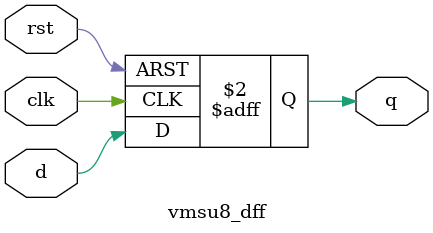
<source format=v>

module vmsu_8bit_top (

`ifdef USE_POWER_PINS
    inout vccd1,	// User area 1 1.8V supply
    inout vssd1,	// User area 1 digital ground
`endif

	input [7:0] a,
	input [7:0] b,
	input control,
	input clk,
	input rst,
	output [15:0] p
);

wire [7:0] q_a;
wire [7:0] q_b;
wire q_control;
wire [15:0] d_p;

//input flop
vmsu8_dff FA0 (.d(a[0]), .clk(clk), .rst(rst), .q(q_a[0]));
vmsu8_dff FA1 (.d(a[1]), .clk(clk), .rst(rst), .q(q_a[1]));
vmsu8_dff FA2 (.d(a[2]), .clk(clk), .rst(rst), .q(q_a[2]));
vmsu8_dff FA3 (.d(a[3]), .clk(clk), .rst(rst), .q(q_a[3]));
vmsu8_dff FA4 (.d(a[4]), .clk(clk), .rst(rst), .q(q_a[4]));
vmsu8_dff FA5 (.d(a[5]), .clk(clk), .rst(rst), .q(q_a[5]));
vmsu8_dff FA6 (.d(a[6]), .clk(clk), .rst(rst), .q(q_a[6]));
vmsu8_dff FA7 (.d(a[7]), .clk(clk), .rst(rst), .q(q_a[7]));

vmsu8_dff FB0 (.d(b[0]), .clk(clk), .rst(rst), .q(q_b[0]));
vmsu8_dff FB1 (.d(b[1]), .clk(clk), .rst(rst), .q(q_b[1]));
vmsu8_dff FB2 (.d(b[2]), .clk(clk), .rst(rst), .q(q_b[2]));
vmsu8_dff FB3 (.d(b[3]), .clk(clk), .rst(rst), .q(q_b[3]));
vmsu8_dff FB4 (.d(b[4]), .clk(clk), .rst(rst), .q(q_b[4]));
vmsu8_dff FB5 (.d(b[5]), .clk(clk), .rst(rst), .q(q_b[5]));
vmsu8_dff FB6 (.d(b[6]), .clk(clk), .rst(rst), .q(q_b[6]));
vmsu8_dff FB7 (.d(b[7]), .clk(clk), .rst(rst), .q(q_b[7]));

vmsu8_dff FC (.d(control), .clk(clk), .rst(rst), .q(q_control));

//combi logic
vmsu8_vmsu_8bit M0 (.a(q_a), .b(q_b), .control(q_control), .clk(clk), .rst(rst), .p(d_p));

//output flop
vmsu8_dff FP0 (.d(d_p[0]), .clk(clk), .rst(rst), .q(p[0]));
vmsu8_dff FP1 (.d(d_p[1]), .clk(clk), .rst(rst), .q(p[1]));
vmsu8_dff FP2 (.d(d_p[2]), .clk(clk), .rst(rst), .q(p[2]));
vmsu8_dff FP3 (.d(d_p[3]), .clk(clk), .rst(rst), .q(p[3]));
vmsu8_dff FP4 (.d(d_p[4]), .clk(clk), .rst(rst), .q(p[4]));
vmsu8_dff FP5 (.d(d_p[5]), .clk(clk), .rst(rst), .q(p[5]));
vmsu8_dff FP6 (.d(d_p[6]), .clk(clk), .rst(rst), .q(p[6]));
vmsu8_dff FP7 (.d(d_p[7]), .clk(clk), .rst(rst), .q(p[7]));
vmsu8_dff FP8 (.d(d_p[8]), .clk(clk), .rst(rst), .q(p[8]));
vmsu8_dff FP9 (.d(d_p[9]), .clk(clk), .rst(rst), .q(p[9]));
vmsu8_dff FP10 (.d(d_p[10]), .clk(clk), .rst(rst), .q(p[10]));
vmsu8_dff FP11 (.d(d_p[11]), .clk(clk), .rst(rst), .q(p[11]));
vmsu8_dff FP12 (.d(d_p[12]), .clk(clk), .rst(rst), .q(p[12]));
vmsu8_dff FP13 (.d(d_p[13]), .clk(clk), .rst(rst), .q(p[13]));
vmsu8_dff FP14 (.d(d_p[14]), .clk(clk), .rst(rst), .q(p[14]));
vmsu8_dff FP15 (.d(d_p[15]), .clk(clk), .rst(rst), .q(p[15]));

endmodule



module vmsu8_vmsu_8bit (
	input [7:0] a,
	input [7:0] b,
	input control,
	input clk,
	input rst,
	output [15:0] p
);

wire [7:0] a_com;
wire [7:0] b_com;
wire [7:0] mux_a;
wire [7:0] mux_b;
wire [7:0] q_mux_a;
wire [7:0] q_mux_b;
wire [15:0] d_out_multi;
wire [15:0] out_multi;
wire [15:0] out_multi_com;
wire c1,c2,c3;
wire d1_c1,d1_c2;
wire q1_c1,q1_c2;
wire d2_c1,d2_c2;

vmsu8_complementary_8bit COMA (.a(a), .c(a_com));
vmsu8_complementary_8bit COMB (.a(b), .c(b_com));

and (d1_c1, control, a[7]);
and (d1_c2, control, b[7]);

vmsu8_mux2to1 MUXA0 (.a(a[0]), .b(a_com[0]), .sel(d1_c1), .out(mux_a[0]));
vmsu8_mux2to1 MUXA1 (.a(a[1]), .b(a_com[1]), .sel(d1_c1), .out(mux_a[1]));
vmsu8_mux2to1 MUXA2 (.a(a[2]), .b(a_com[2]), .sel(d1_c1), .out(mux_a[2]));
vmsu8_mux2to1 MUXA3 (.a(a[3]), .b(a_com[3]), .sel(d1_c1), .out(mux_a[3]));
vmsu8_mux2to1 MUXA4 (.a(a[4]), .b(a_com[4]), .sel(d1_c1), .out(mux_a[4]));
vmsu8_mux2to1 MUXA5 (.a(a[5]), .b(a_com[5]), .sel(d1_c1), .out(mux_a[5]));
vmsu8_mux2to1 MUXA6 (.a(a[6]), .b(a_com[6]), .sel(d1_c1), .out(mux_a[6]));
vmsu8_mux2to1 MUXA7 (.a(a[7]), .b(a_com[7]), .sel(d1_c1), .out(mux_a[7]));

vmsu8_mux2to1 MUXB0 (.a(b[0]), .b(b_com[0]), .sel(d1_c2), .out(mux_b[0]));
vmsu8_mux2to1 MUXB1 (.a(b[1]), .b(b_com[1]), .sel(d1_c2), .out(mux_b[1]));
vmsu8_mux2to1 MUXB2 (.a(b[2]), .b(b_com[2]), .sel(d1_c2), .out(mux_b[2]));
vmsu8_mux2to1 MUXB3 (.a(b[3]), .b(b_com[3]), .sel(d1_c2), .out(mux_b[3]));
vmsu8_mux2to1 MUXB4 (.a(b[4]), .b(b_com[4]), .sel(d1_c2), .out(mux_b[4]));
vmsu8_mux2to1 MUXB5 (.a(b[5]), .b(b_com[5]), .sel(d1_c2), .out(mux_b[5]));
vmsu8_mux2to1 MUXB6 (.a(b[6]), .b(b_com[6]), .sel(d1_c2), .out(mux_b[6]));
vmsu8_mux2to1 MUXB7 (.a(b[7]), .b(b_com[7]), .sel(d1_c2), .out(mux_b[7]));

//Pipelining
vmsu8_dff FAM0 (.d(mux_a[0]), .clk(clk), .rst(rst), .q(q_mux_a[0]));
vmsu8_dff FAM1 (.d(mux_a[1]), .clk(clk), .rst(rst), .q(q_mux_a[1]));
vmsu8_dff FAM2 (.d(mux_a[2]), .clk(clk), .rst(rst), .q(q_mux_a[2]));
vmsu8_dff FAM3 (.d(mux_a[3]), .clk(clk), .rst(rst), .q(q_mux_a[3]));
vmsu8_dff FAM4 (.d(mux_a[4]), .clk(clk), .rst(rst), .q(q_mux_a[4]));
vmsu8_dff FAM5 (.d(mux_a[5]), .clk(clk), .rst(rst), .q(q_mux_a[5]));
vmsu8_dff FAM6 (.d(mux_a[6]), .clk(clk), .rst(rst), .q(q_mux_a[6]));
vmsu8_dff FAM7 (.d(mux_a[7]), .clk(clk), .rst(rst), .q(q_mux_a[7]));

vmsu8_dff FBM0 (.d(mux_b[0]), .clk(clk), .rst(rst), .q(q_mux_b[0]));
vmsu8_dff FBM1 (.d(mux_b[1]), .clk(clk), .rst(rst), .q(q_mux_b[1]));
vmsu8_dff FBM2 (.d(mux_b[2]), .clk(clk), .rst(rst), .q(q_mux_b[2]));
vmsu8_dff FBM3 (.d(mux_b[3]), .clk(clk), .rst(rst), .q(q_mux_b[3]));
vmsu8_dff FBM4 (.d(mux_b[4]), .clk(clk), .rst(rst), .q(q_mux_b[4]));
vmsu8_dff FBM5 (.d(mux_b[5]), .clk(clk), .rst(rst), .q(q_mux_b[5]));
vmsu8_dff FBM6 (.d(mux_b[6]), .clk(clk), .rst(rst), .q(q_mux_b[6]));
vmsu8_dff FBM7 (.d(mux_b[7]), .clk(clk), .rst(rst), .q(q_mux_b[7]));

vmsu8_dff FCM1 (.d(d1_c1), .clk(clk), .rst(rst), .q(q1_c1));
vmsu8_dff FCM2 (.d(d1_c2), .clk(clk), .rst(rst), .q(q1_c2));


vmsu8_multiplier_8bit MULTIPLY (.a(q_mux_a), .b(q_mux_b), .p(d_out_multi));
buf (d2_c1,q1_c1);
buf (d2_c2,q1_c2);

//Pipelining
vmsu8_dff FPM0 (.d(d_out_multi[0]), .clk(clk), .rst(rst), .q(out_multi[0]));
vmsu8_dff FPM1 (.d(d_out_multi[1]), .clk(clk), .rst(rst), .q(out_multi[1]));
vmsu8_dff FPM2 (.d(d_out_multi[2]), .clk(clk), .rst(rst), .q(out_multi[2]));
vmsu8_dff FPM3 (.d(d_out_multi[3]), .clk(clk), .rst(rst), .q(out_multi[3]));
vmsu8_dff FPM4 (.d(d_out_multi[4]), .clk(clk), .rst(rst), .q(out_multi[4]));
vmsu8_dff FPM5 (.d(d_out_multi[5]), .clk(clk), .rst(rst), .q(out_multi[5]));
vmsu8_dff FPM6 (.d(d_out_multi[6]), .clk(clk), .rst(rst), .q(out_multi[6]));
vmsu8_dff FPM7 (.d(d_out_multi[7]), .clk(clk), .rst(rst), .q(out_multi[7]));
vmsu8_dff FPM8 (.d(d_out_multi[8]), .clk(clk), .rst(rst), .q(out_multi[8]));
vmsu8_dff FPM9 (.d(d_out_multi[9]), .clk(clk), .rst(rst), .q(out_multi[9]));
vmsu8_dff FPM10 (.d(d_out_multi[10]), .clk(clk), .rst(rst), .q(out_multi[10]));
vmsu8_dff FPM11 (.d(d_out_multi[11]), .clk(clk), .rst(rst), .q(out_multi[11]));
vmsu8_dff FPM12 (.d(d_out_multi[12]), .clk(clk), .rst(rst), .q(out_multi[12]));
vmsu8_dff FPM13 (.d(d_out_multi[13]), .clk(clk), .rst(rst), .q(out_multi[13]));
vmsu8_dff FPM14 (.d(d_out_multi[14]), .clk(clk), .rst(rst), .q(out_multi[14]));
vmsu8_dff FPM15 (.d(d_out_multi[15]), .clk(clk), .rst(rst), .q(out_multi[15]));

vmsu8_dff FCM3 (.d(d2_c1), .clk(clk), .rst(rst), .q(c1));
vmsu8_dff FCM4 (.d(d2_c2), .clk(clk), .rst(rst), .q(c2));

vmsu8_complementary_16bit COMMULTI (.a(out_multi), .c(out_multi_com));

xor (c3,c2,c1);

vmsu8_mux2to1 MUXM0 (.a(out_multi[0]), .b(out_multi_com[0]), .sel(c3), .out(p[0]));
vmsu8_mux2to1 MUXM1 (.a(out_multi[1]), .b(out_multi_com[1]), .sel(c3), .out(p[1]));
vmsu8_mux2to1 MUXM2 (.a(out_multi[2]), .b(out_multi_com[2]), .sel(c3), .out(p[2]));
vmsu8_mux2to1 MUXM3 (.a(out_multi[3]), .b(out_multi_com[3]), .sel(c3), .out(p[3]));
vmsu8_mux2to1 MUXM4 (.a(out_multi[4]), .b(out_multi_com[4]), .sel(c3), .out(p[4]));
vmsu8_mux2to1 MUXM5 (.a(out_multi[5]), .b(out_multi_com[5]), .sel(c3), .out(p[5]));
vmsu8_mux2to1 MUXM6 (.a(out_multi[6]), .b(out_multi_com[6]), .sel(c3), .out(p[6]));
vmsu8_mux2to1 MUXM7 (.a(out_multi[7]), .b(out_multi_com[7]), .sel(c3), .out(p[7]));
vmsu8_mux2to1 MUXM8 (.a(out_multi[8]), .b(out_multi_com[8]), .sel(c3), .out(p[8]));
vmsu8_mux2to1 MUXM9 (.a(out_multi[9]), .b(out_multi_com[9]), .sel(c3), .out(p[9]));
vmsu8_mux2to1 MUXM10 (.a(out_multi[10]), .b(out_multi_com[10]), .sel(c3), .out(p[10]));
vmsu8_mux2to1 MUXM11 (.a(out_multi[11]), .b(out_multi_com[11]), .sel(c3), .out(p[11]));
vmsu8_mux2to1 MUXM12 (.a(out_multi[12]), .b(out_multi_com[12]), .sel(c3), .out(p[12]));
vmsu8_mux2to1 MUXM13 (.a(out_multi[13]), .b(out_multi_com[13]), .sel(c3), .out(p[13]));
vmsu8_mux2to1 MUXM14 (.a(out_multi[14]), .b(out_multi_com[14]), .sel(c3), .out(p[14]));
vmsu8_mux2to1 MUXM15 (.a(out_multi[15]), .b(out_multi_com[15]), .sel(c3), .out(p[15]));

endmodule



module vmsu8_multiplier_8bit (
        input [7:0] a,
        input [7:0] b,
        output [15:0] p
);

wire [7:4] o0;
wire [7:0] o1;
wire [7:0] o2;
wire [7:0] o3;
wire c0,c1,c2;
wire [7:0] sum0;
wire [7:4] sum1;
wire or_out;

vmsu8_multiplier_4bit U0 (.a(a[3:0]), .b(b[3:0]), .p({o0[7:4], p[3:0]}));
vmsu8_multiplier_4bit U1 (.a(a[3:0]), .b(b[7:4]), .p(o1[7:0]));
vmsu8_multiplier_4bit U2 (.a(a[7:4]), .b(b[3:0]), .p(o2[7:0]));
vmsu8_multiplier_4bit U3 (.a(a[7:4]), .b(b[7:4]), .p(o3[7:0]));

vmsu8_cla_8bit CLA0 (.a(o1[7:0]), .b(o2[7:0]), .cin(1'b0), .sum(sum0[7:0]), .cout(c0));
vmsu8_cla_8bit CLA1 (.a(sum0[7:0]), .b({4'b0000,o0[7:4]}), .cin(1'b0), .sum({sum1[7:4],p[7:4]}), .cout(c1));

or (or_out, c0, c1);

vmsu8_cla_8bit CLA2 (.a(o3[7:0]), .b({3'b000,or_out,sum1[7:4]}), .cin(1'b0), .sum(p[15:8]), .cout(c2));

endmodule



module vmsu8_complementary_16bit (
	input [15:0] a,
	output [15:0] c
);

wire [15:2] net;

assign c[0] = a[0];
xor (c[1],a[1],a[0]);
or (net[2],a[1],a[0]);
xor (c[2],net[2],a[2]);
or (net[3],net[2],a[2]);
xor (c[3],net[3],a[3]);
or (net[4],net[3],a[3]);
xor (c[4],net[4],a[4]);
or (net[5],net[4],a[4]);
xor (c[5],net[5],a[5]);
or (net[6],net[5],a[5]);
xor (c[6],net[6],a[6]);
or (net[7],net[6],a[6]);
xor (c[7],net[7],a[7]);
or (net[8],net[7],a[7]);
xor (c[8],net[8],a[8]);
or (net[9],net[8],a[8]);
xor (c[9],net[9],a[9]);
or (net[10],net[9],a[9]);
xor (c[10],net[10],a[10]);
or (net[11],net[10],a[10]);
xor (c[11],net[11],a[11]);
or (net[12],net[11],a[11]);
xor (c[12],net[12],a[12]);
or (net[13],net[12],a[12]);
xor (c[13],net[13],a[13]);
or (net[14],net[13],a[13]);
xor (c[14],net[14],a[14]);
or (net[15],net[14],a[14]);
xor (c[15],net[15],a[15]);

endmodule



module vmsu8_mux2to1 (
	input a,
	input b,
	input sel,
	output out
);

wire net[1:0];
wire sel_b;

//sel0:a , sel1:b

not (sel_b,sel);
nand (net[0],a,sel_b);
nand (net[1],b,sel);
nand (out,net[0],net[1]);

endmodule



module vmsu8_complementary_8bit (
	input [7:0] a,
	output [7:0] c
);

wire [7:2] net;

assign c[0] = a[0];
xor (c[1],a[1],a[0]);
or (net[2],a[1],a[0]);
xor (c[2],net[2],a[2]);
or (net[3],net[2],a[2]);
xor (c[3],net[3],a[3]);
or (net[4],net[3],a[3]);
xor (c[4],net[4],a[4]);
or (net[5],net[4],a[4]);
xor (c[5],net[5],a[5]);
or (net[6],net[5],a[5]);
xor (c[6],net[6],a[6]);
or (net[7],net[6],a[6]);
xor (c[7],net[7],a[7]);

endmodule



module vmsu8_cla_8bit (
    input [7:0] a,
    input [7:0] b,
    input cin,
    output [7:0] sum,
    output cout
);

    wire [7:0] p, g, c;
    wire [35:0] temp_c; // Intermediate carry wires

    // Generate Propagate and Generate signals
    xor (p[0], a[0], b[0]); // Propagate
    xor (p[1], a[1], b[1]);
    xor (p[2], a[2], b[2]);
    xor (p[3], a[3], b[3]);
    xor (p[4], a[4], b[4]);
    xor (p[5], a[5], b[5]);
    xor (p[6], a[6], b[6]);
    xor (p[7], a[7], b[7]);

    and (g[0], a[0], b[0]); // Generate
    and (g[1], a[1], b[1]);
    and (g[2], a[2], b[2]);
    and (g[3], a[3], b[3]);
    and (g[4], a[4], b[4]);
    and (g[5], a[5], b[5]);
    and (g[6], a[6], b[6]);
    and (g[7], a[7], b[7]);

    // CLA logic for carry generation
    assign c[0] = cin;

    // C[1] = G[0] | (P[0] & C[0]);
    and (temp_c[0], p[0], c[0]);
    or  (c[1], g[0], temp_c[0]);

    // C[2] = G[1] | (P[1] & G[0]) | (P[1] & P[0] & C[0]);
    and (temp_c[1], p[1], g[0]);
    and (temp_c[2], p[1], p[0], c[0]);
    or  (c[2], g[1], temp_c[1], temp_c[2]);

    // C[3] = G[2] | (P[2] & G[1]) | (P[2] & P[1] & G[0]) | (P[2] & P[1] & P[0] & C[0]);
    and (temp_c[3], p[2], g[1]);
    and (temp_c[4], p[2], p[1], g[0]);
    and (temp_c[5], p[2], p[1], p[0], c[0]);
    or  (c[3], g[2], temp_c[3], temp_c[4], temp_c[5]);

    // C[4] = G[3] | (P[3] & C[3]);
    and (temp_c[6], p[3], g[2]);
    and (temp_c[7], p[3], p[2], g[1]);
    and (temp_c[8], p[3], p[2], p[1], g[0]);
    and (temp_c[9], p[3], p[2], p[1], p[0], c[0]);
    or  (c[4], g[3], temp_c[6], temp_c[7], temp_c[8], temp_c[9]);

    // C[5]
    and (temp_c[10], p[4], g[3]);
    and (temp_c[11], p[4], p[3], g[2]);
    and (temp_c[12], p[4], p[3], p[2], g[1]);
    and (temp_c[13], p[4], p[3], p[2], p[1], g[0]);
    and (temp_c[14], p[4], p[3], p[2], p[1], p[0], c[0]);
    or  (c[5], g[4], temp_c[10], temp_c[11], temp_c[12], temp_c[13], temp_c[14]);

    // C[6]
    and (temp_c[15], p[5], g[4]);
    and (temp_c[16], p[5], p[4], g[3]);
    and (temp_c[17], p[5], p[4], p[3], g[2]);
    and (temp_c[18], p[5], p[4], p[3], p[2], g[1]);
    and (temp_c[19], p[5], p[4], p[3], p[2], p[1], g[0]);
    and (temp_c[20], p[5], p[4], p[3], p[2], p[1], p[0], c[0]);
    or  (c[6], g[5], temp_c[15], temp_c[16], temp_c[17], temp_c[18], temp_c[19], temp_c[20]);

    // C[7]
    and (temp_c[21], p[6], g[5]);
    and (temp_c[22], p[6], p[5], g[4]);
    and (temp_c[23], p[6], p[5], p[4], g[3]);
    and (temp_c[24], p[6], p[5], p[4], p[3], g[2]);
    and (temp_c[25], p[6], p[5], p[4], p[3], p[2], g[1]);
    and (temp_c[26], p[6], p[5], p[4], p[3], p[2], p[1], g[0]);
    and (temp_c[27], p[6], p[5], p[4], p[3], p[2], p[1], p[0], c[0]);
    or  (c[7], g[6], temp_c[21], temp_c[22], temp_c[23], temp_c[24], temp_c[25], temp_c[26], temp_c[27]);

    // C[8]
    and (temp_c[28], p[7], g[6]);
    and (temp_c[29], p[7], p[6], g[5]);
    and (temp_c[30], p[7], p[6], p[5], g[4]);
    and (temp_c[31], p[7], p[6], p[5], p[4], g[3]);
    and (temp_c[32], p[7], p[6], p[5], p[4], p[3], g[2]);
    and (temp_c[33], p[7], p[6], p[5], p[4], p[3], p[2], g[1]);
    and (temp_c[34], p[7], p[6], p[5], p[4], p[3], p[2], p[1], g[0]);
    and (temp_c[35], p[7], p[6], p[5], p[4], p[3], p[2], p[1], p[0], c[0]);
    or  (cout, g[7], temp_c[28], temp_c[29], temp_c[30], temp_c[31], temp_c[32], temp_c[33], temp_c[34], temp_c[35]);

    // Sum
    xor (sum[0], p[0], c[0]);
    xor (sum[1], p[1], c[1]);
    xor (sum[2], p[2], c[2]);
    xor (sum[3], p[3], c[3]);
    xor (sum[4], p[4], c[4]);
    xor (sum[5], p[5], c[5]);
    xor (sum[6], p[6], c[6]);
    xor (sum[7], p[7], c[7]);

endmodule



module vmsu8_multiplier_4bit (
        input [3:0] a,
        input [3:0] b,
        output [7:0] p
);

wire [3:2] o0;
wire [3:0] o1;
wire [3:0] o2;
wire [3:0] o3;
wire c0,c1,c2;
wire [3:0] sum0;
wire [3:2] sum1;
wire or_out;

vmsu8_multiplier_2bit U0 (.a(a[1:0]), .b(b[1:0]), .p({o0[3:2], p[1:0]}));
vmsu8_multiplier_2bit U1 (.a(a[1:0]), .b(b[3:2]), .p(o1[3:0]));
vmsu8_multiplier_2bit U2 (.a(a[3:2]), .b(b[1:0]), .p(o2[3:0]));
vmsu8_multiplier_2bit U3 (.a(a[3:2]), .b(b[3:2]), .p(o3[3:0]));

vmsu8_cla_4bit CLA0 (.a(o1[3:0]), .b(o2[3:0]), .cin(1'b0), .sum(sum0[3:0]), .cout(c0));
vmsu8_cla_4bit CLA1 (.a(sum0[3:0]), .b({2'b00,o0[3:2]}), .cin(1'b0), .sum({sum1[3:2],p[3:2]}), .cout(c1));

or (or_out, c0, c1);

vmsu8_cla_4bit CLA2 (.a(o3[3:0]), .b({1'b0,or_out,sum1[3:2]}), .cin(1'b0), .sum(p[7:4]), .cout(c2));

endmodule



module vmsu8_cla_4bit (
    input [3:0] a,
    input [3:0] b,
    input cin,
    output [3:0] sum,
    output cout
);

    wire [3:0] p, g, c;
    wire [9:0] temp_c; // Intermediate carry wires

    // Generate Propagate and Generate signals
    xor (p[0], a[0], b[0]); // Propagate
    xor (p[1], a[1], b[1]);
    xor (p[2], a[2], b[2]);
    xor (p[3], a[3], b[3]);

    and (g[0], a[0], b[0]); // Generate
    and (g[1], a[1], b[1]);
    and (g[2], a[2], b[2]);
    and (g[3], a[3], b[3]);

    // CLA logic for carry generation
    assign c[0] = cin;

    // C[1] = G[0] | (P[0] & C[0]);
    and (temp_c[0], p[0], c[0]);
    or  (c[1], g[0], temp_c[0]);

    // C[2] = G[1] | (P[1] & G[0]) | (P[1] & P[0] & C[0]);
    and (temp_c[1], p[1], g[0]);
    and (temp_c[2], p[1], p[0], c[0]);
    or  (c[2], g[1], temp_c[1], temp_c[2]);

    // C[3] = G[2] | (P[2] & G[1]) | (P[2] & P[1] & G[0]) | (P[2] & P[1] & P[0] & C[0]);
    and (temp_c[3], p[2], g[1]);
    and (temp_c[4], p[2], p[1], g[0]);
    and (temp_c[5], p[2], p[1], p[0], c[0]);
    or  (c[3], g[2], temp_c[3], temp_c[4], temp_c[5]);

    // Cout = G[3] | (P[3] & C[3]);
    and (temp_c[6], p[3], g[2]);
    and (temp_c[7], p[3], p[2], g[1]);
    and (temp_c[8], p[3], p[2], p[1], g[0]);
    and (temp_c[9], p[3], p[2], p[1], p[0], c[0]);
    or  (cout, g[3], temp_c[6], temp_c[7], temp_c[8], temp_c[9]);

    // Sum
    xor (sum[0], p[0], c[0]);
    xor (sum[1], p[1], c[1]);
    xor (sum[2], p[2], c[2]);
    xor (sum[3], p[3], c[3]);

endmodule



module vmsu8_multiplier_2bit (
	input [1:0] a,
	input [1:0] b,
	output [3:0] p
);

wire [3:0] net;

and (p[0],a[0],b[0]);
and (net[0],a[0],b[1]);
and (net[1],a[1],b[0]);
and (net[2],a[1],b[1]);

vmsu8_half_adder U0 (.a(net[0]), .b(net[1]), .sum(p[1]), .cout(net[3]));
vmsu8_half_adder U1 (.a(net[2]), .b(net[3]), .sum(p[2]), .cout(p[3]));

endmodule



module vmsu8_half_adder (
	input a,
	input b,
	output sum,
	output cout
);

xor (sum,a,b);
and (cout,a,b);

endmodule



module vmsu8_dff (
	input d,
	input clk,
	input rst,
	output reg q
);

	always @(posedge clk or posedge rst)
		if (rst) begin
			q <= 0;
		end  else begin
			q <= d;
		end
			
endmodule

</source>
